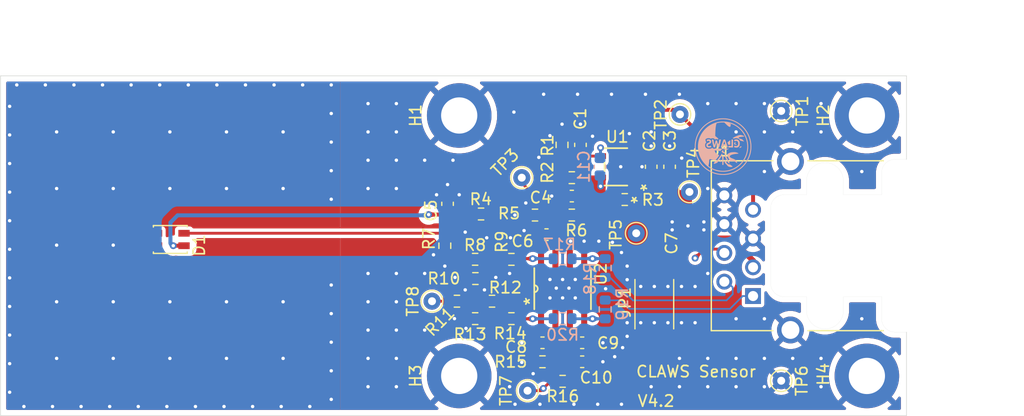
<source format=kicad_pcb>
(kicad_pcb (version 20241229) (generator "pcbnew") (generator_version "9.0")
  (title_block (title "CLAWS Sensor") (date "2024-12-17") (rev "4.2") (comment 1 "As this is an iteration on previous designs (V3.x), revision number starts at 4.0") (comment 2 "V4.1 addresses the issues discovered when building V4.0 prototypes") (comment 3 "V4.2 reduces number of different components used"))
  (layers (0 "F.Cu" signal) (2 "B.Cu" signal) (13 "F.Paste" user) (15 "B.Paste" user) (5 "F.SilkS" user "F.Silkscreen") (7 "B.SilkS" user "B.Silkscreen") (1 "F.Mask" user) (3 "B.Mask" user) (25 "Edge.Cuts" user))
  (net 0 "")
  (net 1 "Net-(D1-K)")
  (net 2 "GND")
  (net 3 "VDRV")
  (net 4 "VCM")
  (net 5 "Net-(D1-A)")
  (net 6 "OUT-")
  (net 7 "unconnected-(J1-Pad4)")
  (net 8 "VBIAS")
  (net 9 "OUT+")
  (net 10 "+10V")
  (net 11 "Net-(U1-BP)")
  (net 12 "Net-(C7-Pad1)")
  (net 13 "Net-(U1-ON)")
  (net 14 "Net-(R10-Pad1)")
  (net 15 "VCLAMP")
  (net 16 "Net-(U2-IN+)")
  (net 17 "Net-(R11-Pad1)")
  (net 18 "Net-(R11-Pad2)")
  (net 19 "Net-(U2-IN-)")
  (net 20 "Net-(U2-OUT-)")
  (net 21 "Net-(U2-OUT+)")
  (net 22 "Net-(R12-Pad1)")
  (footprint "TestPoint:TestPoint_THTPad_D1.5mm_Drill0.7mm" (layer "F.Cu") (at 121.0056 77.724 -90)
    (property "Reference" "TP6")
    (property "Value" "TestPoint" (hide yes))
  )
  (footprint "Resistor_SMD:R_0603_1608Metric" (layer "F.Cu") (at 97.1804 72.2376)
    (property "Reference" "R14")
    (property "Value" "0" (hide yes))
  )
  (footprint "Capacitor_SMD:C_0603_1608Metric" (layer "F.Cu") (at 103.4288 74.3712)
    (property "Reference" "C9")
    (property "Value" "100nF" (hide yes))
  )
  (footprint "Capacitor_SMD:C_0603_1608Metric" (layer "F.Cu") (at 91.5416 62.1 -90)
    (property "Reference" "C5")
    (property "Value" "100nF" (hide yes))
  )
  (footprint "TestPoint:TestPoint_THTPad_D1.5mm_Drill0.7mm" (layer "F.Cu") (at 98.604679 78.6 90)
    (property "Reference" "TP7")
    (property "Value" "TestPoint" (hide yes))
  )
  (footprint "Resistor_SMD:R_0603_1608Metric" (layer "F.Cu") (at 97.1804 67.0052)
    (property "Reference" "R9")
    (property "Value" "0" (hide yes))
  )
  (footprint "Resistor_SMD:R_0603_1608Metric" (layer "F.Cu") (at 101.6508 56.896 90)
    (property "Reference" "R1")
    (property "Value" "1M" (hide yes))
  )
  (footprint "MountingHole:MountingHole_3.2mm_M3_ISO7380_Pad_TopBottom" (layer "F.Cu") (at 92.57 54.3 90)
    (property "Reference" "H1")
    (property "Value" "MountingHole_Pad" (hide yes))
  )
  (footprint "Resistor_SMD:R_2512_6332Metric" (layer "F.Cu") (at 109.8 70.9625 -90)
    (property "Reference" "JP1")
    (property "Value" "Jumper_2_Bridged" (hide yes))
  )
  (footprint "Resistor_SMD:R_0603_1608Metric" (layer "F.Cu") (at 102.5144 63.0936 180)
    (property "Reference" "R6")
    (property "Value" "0" (hide yes))
  )
  (footprint "Resistor_SMD:R_0603_1608Metric" (layer "F.Cu") (at 102.5144 59.7916 180)
    (property "Reference" "R2")
    (property "Value" "7M" (hide yes))
  )
  (footprint "TestPoint:TestPoint_THTPad_D1.5mm_Drill0.7mm" (layer "F.Cu") (at 98.0948 59.7916 90)
    (property "Reference" "TP3")
    (property "Value" "TestPoint" (hide yes))
  )
  (footprint "Capacitor_SMD:C_0603_1608Metric" (layer "F.Cu") (at 111.1504 58.8264 -90)
    (property "Reference" "C3")
    (property "Value" "10uF" (hide yes))
  )
  (footprint "Resistor_SMD:R_0603_1608Metric" (layer "F.Cu") (at 99.2632 63.0936 180)
    (property "Reference" "R5")
    (property "Value" "390" (hide yes))
  )
  (footprint "Resistor_SMD:R_0603_1608Metric" (layer "F.Cu") (at 94.5 63 180)
    (property "Reference" "R4")
    (property "Value" "1k" (hide yes))
  )
  (footprint "TestPoint:TestPoint_THTPad_D1.5mm_Drill0.7mm" (layer "F.Cu") (at 112.0648 54.2036 90)
    (property "Reference" "TP2")
    (property "Value" "TestPoint" (hide yes))
  )
  (footprint "TestPoint:TestPoint_THTPad_D1.5mm_Drill0.7mm" (layer "F.Cu") (at 121.0056 53.8988 -90)
    (property "Reference" "TP1")
    (property "Value" "TestPoint" (hide yes))
  )
  (footprint "Resistor_SMD:R_0603_1608Metric" (layer "F.Cu") (at 93.975 67)
    (property "Reference" "R8")
    (property "Value" "0" (hide yes))
  )
  (footprint "Capacitor_SMD:C_0603_1608Metric" (layer "F.Cu") (at 103.2764 56.896 -90)
    (property "Reference" "C1")
    (property "Value" "10nF" (hide yes))
  )
  (footprint "Resistor_SMD:R_0603_1608Metric" (layer "F.Cu") (at 101.7016 77.7748 180)
    (property "Reference" "R16")
    (property "Value" "1k" (hide yes))
  )
  (footprint "CLAWSv4:NFM21PC225B0J3D_MUR" (layer "F.Cu") (at 112.75 65.0497 90)
    (property "Reference" "C7")
    (property "Value" "NFM21PC474R1C3D" (hide yes))
  )
  (footprint "Resistor_SMD:R_0603_1608Metric" (layer "F.Cu") (at 94 68.7 180)
    (property "Reference" "R10")
    (property "Value" "50" (hide yes))
  )
  (footprint "Capacitor_SMD:C_0603_1608Metric" (layer "F.Cu") (at 100.2792 64.8208)
    (property "Reference" "C6")
    (property "Value" "100nF" (hide yes))
  )
  (footprint "Capacitor_SMD:C_0603_1608Metric" (layer "F.Cu") (at 102.5144 61.4172 180)
    (property "Reference" "C4")
    (property "Value" "10uF" (hide yes))
  )
  (footprint "Resistor_SMD:R_0603_1608Metric" (layer "F.Cu") (at 99.9236 76.0476 180)
    (property "Reference" "R15")
    (property "Value" "1k" (hide yes))
  )
  (footprint "MountingHole:MountingHole_3.2mm_M3_ISO7380_Pad_TopBottom" (layer "F.Cu") (at 92.57 77.3 90)
    (property "Reference" "H3")
    (property "Value" "MountingHole_Pad" (hide yes))
  )
  (footprint "Capacitor_SMD:C_0603_1608Metric" (layer "F.Cu") (at 109.5248 58.8264 -90)
    (property "Reference" "C2")
    (property "Value" "100nF" (hide yes))
  )
  (footprint "CLAWSv4:Hamamatsu_Sxxx60-13xxXX_hand_solder" (layer "F.Cu") (at 66.045 65.8 -90)
    (property "Reference" "D1")
    (property "Value" "S13360-1325PE" (hide yes))
  )
  (footprint "CLAWSv4:SOT-23-5_DBV_TEX" (layer "F.Cu") (at 106.410801 58.835549 180)
    (property "Reference" "U1")
    (property "Value" "LP2985A-10DBVx" (hide yes))
  )
  (footprint "MountingHole:MountingHole_3.2mm_M3_ISO7380_Pad_TopBottom" (layer "F.Cu") (at 128.57 77.3 90)
    (property "Reference" "H4")
    (property "Value" "MountingHole_Pad" (hide yes))
  )
  (footprint "TestPoint:TestPoint_THTPad_D1.5mm_Drill0.7mm" (layer "F.Cu") (at 90.17 70.7)
    (property "Reference" "TP8")
    (property "Value" "TestPoint" (hide yes))
  )
  (footprint "Capacitor_SMD:C_0603_1608Metric" (layer "F.Cu") (at 99.9236 74.3712)
    (property "Reference" "C8")
    (property "Value" "100nF" (hide yes))
  )
  (footprint "TestPoint:TestPoint_THTPad_D1.5mm_Drill0.7mm" (layer "F.Cu") (at 112.9 61.05 90)
    (property "Reference" "TP4")
    (property "Value" "TestPoint" (hide yes))
  )
  (footprint "Resistor_SMD:R_0603_1608Metric" (layer "F.Cu") (at 92.37 70.7)
    (property "Reference" "R11")
    (property "Value" "0" (hide yes))
  )
  (footprint "Resistor_SMD:R_0603_1608Metric" (layer "F.Cu") (at 93.98 72.2376 180)
    (property "Reference" "R13")
    (property "Value" "50" (hide yes))
  )
  (footprint "MountingHole:MountingHole_3.2mm_M3_ISO7380_Pad_TopBottom" (layer "F.Cu") (at 128.57 54.3 90)
    (property "Reference" "H2")
    (property "Value" "MountingHole_Pad" (hide yes))
  )
  (footprint "Resistor_SMD:R_0603_1608Metric" (layer "F.Cu") (at 107.188 61.722)
    (property "Reference" "R3")
    (property "Value" "0" (hide yes))
  )
  (footprint "Capacitor_SMD:C_0603_1608Metric" (layer "F.Cu") (at 103.4288 76.0476)
    (property "Reference" "C10")
    (property "Value" "10uF" (hide yes))
  )
  (footprint "TestPoint:TestPoint_THTPad_D1.5mm_Drill0.7mm" (layer "F.Cu") (at 108.2 64.7 90)
    (property "Reference" "TP5")
    (property "Value" "TestPoint" (hide yes))
  )
  (footprint "CLAWSv4:TE_1116503" (layer "F.Cu") (at 118.52 70.245 90)
    (property "Reference" "J1")
    (property "Value" "TE_1116503-1")
    (fp_line (start 1.125 1.55) (end 7.765 1.55) (stroke (width 0.01)) (layer "Edge.Cuts"))
    (fp_line (start 8.945 2.73) (end 8.945 4.72) (stroke (width 0.01)) (layer "Edge.Cuts"))
    (fp_line (start -0.055 2.73) (end -0.055 4.72) (stroke (width 0.01)) (layer "Edge.Cuts"))
    (fp_line (start 8.945 4.72) (end 10.16 4.72) (stroke (width 0.01)) (layer "Edge.Cuts"))
    (fp_line (start -0.055 4.72) (end -1.27 4.72) (stroke (width 0.01)) (layer "Edge.Cuts"))
    (fp_line (start 8.945 7.98) (end 10.16 7.98) (stroke (width 0.01)) (layer "Edge.Cuts"))
    (fp_line (start 8.945 7.98) (end 8.945 11.35) (stroke (width 0.01)) (layer "Edge.Cuts"))
    (fp_line (start -0.055 7.98) (end -1.27 7.98) (stroke (width 0.01)) (layer "Edge.Cuts"))
    (fp_line (start -0.055 7.98) (end -0.055 11.35) (stroke (width 0.01)) (layer "Edge.Cuts"))
    (fp_line (start 8.945 11.35) (end 10.89 11.35) (stroke (width 0.01)) (layer "Edge.Cuts"))
    (fp_line (start -2 11.35) (end -0.055 11.35) (stroke (width 0.01)) (layer "Edge.Cuts"))
    (fp_line (start 12.07 13.55) (end 12.07 12.53) (stroke (width 0.01)) (layer "Edge.Cuts"))
    (fp_line (start -3.18 13.55) (end -3.18 12.53) (stroke (width 0.01)) (layer "Edge.Cuts"))
    (fp_arc (start 7.765 1.55) (mid 8.599386 1.895614) (end 8.945 2.73) (stroke (width 0.01)) (layer "Edge.Cuts"))
    (fp_arc (start -0.055 2.73) (mid 0.290614 1.895614) (end 1.125 1.55) (stroke (width 0.01)) (layer "Edge.Cuts"))
    (fp_arc (start 10.16 4.72) (mid 11.79 6.35) (end 10.16 7.98) (stroke (width 0.01)) (layer "Edge.Cuts"))
    (fp_arc (start -1.27 7.98) (mid -2.9 6.35) (end -1.27 4.72) (stroke (width 0.01)) (layer "Edge.Cuts"))
    (fp_arc (start 10.89 11.35) (mid 11.724386 11.695614) (end 12.07 12.53) (stroke (width 0.01)) (layer "Edge.Cuts"))
    (fp_arc (start -3.18 12.53) (mid -2.834386 11.695614) (end -2 11.35) (stroke (width 0.01)) (layer "Edge.Cuts"))
  )
  (footprint "Resistor_SMD:R_0603_1608Metric" (layer "F.Cu") (at 91.3 65.8 -90)
    (property "Reference" "R7")
    (property "Value" "50" (hide yes))
  )
  (footprint "Resistor_SMD:R_0603_1608Metric" (layer "F.Cu") (at 95.47 70.7 180)
    (property "Reference" "R12")
    (property "Value" "50" (hide yes))
  )
  (footprint "CLAWSv4:MRA08B" (layer "F.Cu") (at 101.7016 69.596 90)
    (property "Reference" "U2")
    (property "Value" "LMH6553MR/NOPB" (hide yes))
  )
  (footprint "Resistor_SMD:R_0603_1608Metric" (layer "B.Cu") (at 105.4608 71.4248 -90)
    (property "Reference" "R19")
    (property "Value" "50" (hide yes))
  )
  (footprint "Resistor_SMD:R_0603_1608Metric" (layer "B.Cu") (at 105.4608 67.7672 90)
    (property "Reference" "R18")
    (property "Value" "50" (hide yes))
  )
  (footprint "Capacitor_SMD:C_0603_1608Metric" (layer "B.Cu") (at 105.0036 58.8264 -90)
    (property "Reference" "C11")
    (property "Value" "100nF" (hide yes))
  )
  (footprint "CLAWSv4:claws_logo_inner_silkscreen" (layer "B.Cu") (at 115.87 57.05 180)
    (property "Reference" "G***" (hide yes))
    (property "Value" "LOGO" (hide yes))
  )
  (footprint "Resistor_SMD:R_0603_1608Metric" (layer "B.Cu") (at 101.7016 66.9544)
    (property "Reference" "R17")
    (property "Value" "200" (hide yes))
  )
  (footprint "Resistor_SMD:R_0603_1608Metric" (layer "B.Cu") (at 101.7016 72.2376)
    (property "Reference" "R20")
    (property "Value" "200" (hide yes))
  )
  (gr_line (start 132.07 58.175) (end 132.07 50.8) (stroke (width 0.05)) (layer "Edge.Cuts"))
  (gr_line (start 52.07 80.8) (end 132.07 80.8) (stroke (width 0.05)) (layer "Edge.Cuts"))
  (gr_line (start 52.07 50.8) (end 52.07 80.8) (stroke (width 0.05)) (layer "Edge.Cuts"))
  (gr_line (start 132.07 80.8) (end 132.07 73.425) (stroke (width 0.05)) (layer "Edge.Cuts"))
  (gr_line (start 132.07 50.8) (end 52.07 50.8) (stroke (width 0.05)) (layer "Edge.Cuts"))
  (gr_text "CLAWS Sensor" (at 108.1024 77.5 0) (layer "F.SilkS") (effects (font (size 1 1)) (justify left bottom)))
  (gr_text "V4.2" (at 108.2412 80.1 0) (layer "F.SilkS") (effects (font (size 1 1)) (justify left bottom)))
  (segment (start 93.675 63) (end 91.5916 63) (width 0.35) (layer "F.Cu") (net 1))
  (segment (start 91.5916 63) (end 91.5416 63.05) (width 0.35) (layer "F.Cu") (net 1))
  (segment (start 67.32 65.8) (end 68.27 65.8) (width 0.35) (layer "F.Cu") (net 1))
  (segment (start 91.5416 63.05) (end 89.87 63.05) (width 0.35) (layer "F.Cu") (net 1))
  (via (at 89.87 63.05) (size 0.6) (drill 0.3) (layers "F.Cu" "B.Cu") (net 1))
  (via (at 67.32 65.8) (size 0.6) (drill 0.3) (layers "F.Cu" "B.Cu") (net 1))
  (segment (start 89.8034 63.1166) (end 67.7034 63.1166) (width 0.35) (layer "B.Cu") (net 1))
  (segment (start 67.7034 63.1166) (end 67.07 63.75) (width 0.35) (layer "B.Cu") (net 1))
  (segment (start 67.07 65.507479) (end 67.07 65.55) (width 0.35) (layer "B.Cu") (net 1))
  (segment (start 67.07 65.55) (end 67.32 65.8) (width 0.35) (layer "B.Cu") (net 1))
  (segment (start 67.07 63.75) (end 67.07 65.507479) (width 0.35) (layer "B.Cu") (net 1))
  (segment (start 89.87 63.05) (end 89.8034 63.1166) (width 0.35) (layer "B.Cu") (net 1))
  (segment (start 108.712 58.8264) (end 108.702851 58.835549) (width 0.25) (layer "F.Cu") (net 2))
  (segment (start 108.721149 58.835549) (end 108.712 58.8264) (width 0.25) (layer "F.Cu") (net 2))
  (segment (start 102.3366 66.9417) (end 102.3366 68.961) (width 0.53) (layer "F.Cu") (net 2))
  (segment (start 108.702851 58.835549) (end 107.773252 58.835549) (width 0.25) (layer "F.Cu") (net 2))
  (segment (start 106.841549 58.835549) (end 106.8324 58.8264) (width 0.25) (layer "F.Cu") (net 2))
  (segment (start 102.3366 68.961) (end 101.7016 69.596) (width 0.25) (layer "F.Cu") (net 2))
  (segment (start 108.740651 58.835549) (end 108.721149 58.835549) (width 0.25) (layer "F.Cu") (net 2))
  (segment (start 107.773252 58.835549) (end 106.841549 58.835549) (width 0.25) (layer "F.Cu") (net 2))
  (segment (start 109.5248 58.0514) (end 108.740651 58.835549) (width 0.25) (layer "F.Cu") (net 2))
  (via (at 67.02 75.75) (size 0.6) (drill 0.3) (layers "F.Cu" "B.Cu") (net 2))
  (via (at 119.52 53.25) (size 0.6) (drill 0.3) (layers "F.Cu" "B.Cu") (net 2))
  (via (at 106.3 75.6) (size 0.6) (drill 0.3) (layers "F.Cu" "B.Cu") (net 2))
  (via (at 105.2576 76.0476) (size 0.6) (drill 0.3) (layers "F.Cu" "B.Cu") (net 2))
  (via (at 109.52 55.75) (size 0.6) (drill 0.3) (layers "F.Cu" "B.Cu") (net 2))
  (via (at 112.2 69.4) (size 0.6) (drill 0.3) (layers "F.Cu" "B.Cu") (net 2))
  (via (at 100.0252 52.4256) (size 0.6) (drill 0.3) (layers "F.Cu" "B.Cu") (net 2))
  (via (at 99.6 58) (size 0.6) (drill 0.3) (layers "F.Cu" "B.Cu") (net 2))
  (via (at 99.7 79.8) (size 0.6) (drill 0.3) (layers "F.Cu" "B.Cu") (net 2))
  (via (at 122.02 55.75) (size 0.6) (drill 0.3) (layers "F.Cu" "B.Cu") (net 2))
  (via (at 113.4 72.6) (size 0.6) (drill 0.3) (layers "F.Cu" "B.Cu") (net 2))
  (via (at 84.52 73.25) (size 0.6) (drill 0.3) (layers "F.Cu" "B.Cu") (net 2))
  (via (at 78.745536 51.6) (size 0.6) (drill 0.3) (layers "F.Cu" "B.Cu") (net 2))
  (via (at 91.3 67.6) (size 0.6) (drill 0.3) (layers "F.Cu" "B.Cu") (net 2))
  (via (at 111.1504 56.9976) (size 0.6) (drill 0.3) (layers "F.Cu" "B.Cu") (net 2))
  (via (at 89.52 68.25) (size 0.6) (drill 0.3) (layers "F.Cu" "B.Cu") (net 2))
  (via (at 72.02 55.75) (size 0.6) (drill 0.3) (layers "F.Cu" "B.Cu") (net 2))
  (via (at 112.014 52.4256) (size 0.6) (drill 0.3) (layers "F.Cu" "B.Cu") (net 2))
  (via (at 102.8192 70.4088) (size 0.6) (drill 0.3) (layers "F.Cu" "B.Cu") (net 2))
  (via (at 128.12 72.25) (size 0.6) (drill 0.3) (layers "F.Cu" "B.Cu") (net 2))
  (via (at 101.7016 70.4088) (size 0.6) (drill 0.3) (layers "F.Cu" "B.Cu") (net 2))
  (via (at 107 74.8) (size 0.6) (drill 0.3) (layers "F.Cu" "B.Cu") (net 2))
  (via (at 81.27 51.6) (size 0.6) (drill 0.3) (layers "F.Cu" "B.Cu") (net 2))
  (via (at 97.5 79.8) (size 0.6) (drill 0.3) (layers "F.Cu" "B.Cu") (net 2))
  (via (at 52.87 78.737788) (size 0.6) (drill 0.3) (layers "F.Cu" "B.Cu") (net 2))
  (via (at 52.87 58.542236) (size 0.6) (drill 0.3) (layers "F.Cu" "B.Cu") (net 2))
  (via (at 100.584 56.0832) (size 0.6) (drill 0.3) (layers "F.Cu" "B.Cu") (net 2))
  (via (at 97.02 78.25) (size 0.6) (drill 0.3) (layers "F.Cu" "B.Cu") (net 2))
  (via (at 66.754452 80) (size 0.6) (drill 0.3) (layers "F.Cu" "B.Cu") (net 2))
  (via (at 95 65.1) (size 0.6) (drill 0.3) (layers "F.Cu" "B.Cu") (net 2))
  (via (at 98.0948 74.3712) (size 0.6) (drill 0.3) (layers "F.Cu" "B.Cu") (net 2))
  (via (at 87.02 60.75) (size 0.6) (drill 0.3) (layers "F.Cu" "B.Cu") (net 2))
  (via (at 56.02554 51.6) (size 0.6) (drill 0.3) (layers "F.Cu" "B.Cu") (net 2))
  (via (at 53.501096 51.6) (size 0.6) (drill 0.3) (layers "F.Cu" "B.Cu") (net 2))
  (via (at 107.4 67.6) (size 0.6) (drill 0.3) (layers "F.Cu" "B.Cu") (net 2))
  (via (at 58.549984 51.6) (size 0.6) (drill 0.3) (layers "F.Cu" "B.Cu") (net 2))
  (via (at 119.52 72.25) (size 0.6) (drill 0.3) (layers "F.Cu" "B.Cu") (net 2))
  (via (at 77.02 55.75) (size 0.6) (drill 0.3) (layers "F.Cu" "B.Cu") (net 2))
  (via (at 105.2576 74.3712) (size 0.6) (drill 0.3) (layers "F.Cu" "B.Cu") (net 2))
  (via (at 92.57 61.3) (size 0.6) (drill 0.3) (layers "F.Cu" "B.Cu") (net 2))
  (via (at 103.0224 52.4256) (size 0.6) (drill 0.3) (layers "F.Cu" "B.Cu") (net 2))
  (via (at 102.4 65.4) (size 0.6) (drill 0.3) (layers "F.Cu" "B.Cu") (net 2))
  (via (at 77.02 70.75) (size 0.6) (drill 0.3) (layers "F.Cu" "B.Cu") (net 2))
  (via (at 52.87 68.640012) (size 0.6) (drill 0.3) (layers "F.Cu" "B.Cu") (net 2))
  (via (at 93.1672 73.1) (size 0.6) (drill 0.3) (layers "F.Cu" "B.Cu") (net 2))
  (via (at 57.02 60.75) (size 0.6) (drill 0.3) (layers "F.Cu" "B.Cu") (net 2))
  (via (at 117.02 78.25) (size 0.6) (drill 0.3) (layers "F.Cu" "B.Cu") (net 2))
  (via (at 62.02 60.75) (size 0.6) (drill 0.3) (layers "F.Cu" "B.Cu") (net 2))
  (via (at 87.02 78.25) (size 0.6) (drill 0.3) (layers "F.Cu" "B.Cu") (net 2))
  (via (at 84.52 75.75) (size 0.6) (drill 0.3) (layers "F.Cu" "B.Cu") (net 2))
  (via (at 67.02 60.75) (size 0.6) (drill 0.3) (layers "F.Cu" "B.Cu") (net 2))
  (via (at 64.230008 80) (size 0.6) (drill 0.3) (layers "F.Cu" "B.Cu") (net 2))
  (via (at 90.57 61.3) (size 0.6) (drill 0.3) (layers "F.Cu" "B.Cu") (net 2))
  (via (at 72.02 70.75) (size 0.6) (drill 0.3) (layers "F.Cu" "B.Cu") (net 2))
  (via (at 52.87 61.06668) (size 0.6) (drill 0.3) (layers "F.Cu" "B.Cu") (net 2))
  (via (at 81.27 76.84444) (size 0.6) (drill 0.3) (layers "F.Cu" "B.Cu") (net 2))
  (via (at 61.074428 51.6) (size 0.6) (drill 0.3) (layers "F.Cu" "B.Cu") (net 2))
  (via (at 87.02 73.25) (size 0.6) (drill 0.3) (layers "F.Cu" "B.Cu") (net 2))
  (via (at 111.375 63.7) (size 0.6) (drill 0.3) (layers "F.Cu" "B.Cu") (net 2))
  (via (at 92.02 58.25) (size 0.6) (drill 0.3) (layers "F.Cu" "B.Cu") (net 2))
  (via (at 97.4 54) (size 0.6) (drill 0.3) (layers "F.Cu" "B.Cu") (net 2))
  (via (at 52.87 76.213344) (size 0.6) (drill 0.3) (layers "F.Cu" "B.Cu") (net 2))
  (via (at 93.1 64.6) (size 0.6) (drill 0.3) (layers "F.Cu" "B.Cu") (net 2))
  (via (at 69.278896 80) (size 0.6) (drill 0.3) (layers "F.Cu" "B.Cu") (net 2))
  (via (at 87.02 53.25) (size 0.6) (drill 0.3) (layers "F.Cu" "B.Cu") (net 2))
  (via (at 119.52 55.75) (size 0.6) (drill 0.3) (layers "F.Cu" "B.Cu") (net 2))
  (via (at 100.584 68.7832) (size 0.6) (drill 0.3) (layers "F.Cu" "B.Cu") (net 2))
  (via (at 81.27 71.795552) (size 0.6) (drill 0.3) (layers "F.Cu" "B.Cu") (net 2))
  (via (at 109.8 69.4) (size 0.6) (drill 0.3) (layers "F.Cu" "B.Cu") (net 2))
  (via (at 92.2 68.6) (size 0.6) (drill 0.3) (layers "F.Cu" "B.Cu") (net 2))
  (via (at 90.3 66.6) (size 0.6) (drill 0.3) (layers "F.Cu" "B.Cu") (net 2))
  (via (at 112.02 75.75) (size 0.6) (drill 0.3) (layers "F.Cu" "B.Cu") (net 2))
  (via (at 67.02 55.75) (size 0.6) (drill 0.3) (layers "F.Cu" "B.Cu") (net 2))
  (via (at 94.8 69.7) (size 0.6) (drill 0.3) (layers "F.Cu" "B.Cu") (net 2))
  (via (at 103.6 65.4) (size 0.6) (drill 0.3) (layers "F.Cu" "B.Cu") (net 2))
  (via (at 101.6508 55.0672) (size 0.6) (drill 0.3) (layers "F.Cu" "B.Cu") (net 2))
  (via (at 106.9 66.4) (size 0.6) (drill 0.3) (layers "F.Cu" "B.Cu") (net 2))
  (via (at 100.7364 61.4172) (size 0.6) (drill 0.3) (layers "F.Cu" "B.Cu") (net 2))
  (via (at 84.52 78.25) (size 0.6) (drill 0.3) (layers "F.Cu" "B.Cu") (net 2))
  (via (at 81.27 79.368884) (size 0.6) (drill 0.3) (layers "F.Cu" "B.Cu") (net 2))
  (via (at 89.52 58.25) (size 0.6) (drill 0.3) (layers "F.Cu" "B.Cu") (net 2))
  (via (at 98.298 64.4652) (size 0.6) (drill 0.3) (layers "F.Cu" "B.Cu") (net 2))
  (via (at 107.4 73.8) (size 0.6) (drill 0.3) (layers "F.Cu" "B.Cu") (net 2))
  (via (at 77.02 75.75) (size 0.6) (drill 0.3) (layers "F.Cu" "B.Cu") (net 2))
  (via (at 97.02 68.25) (size 0.6) (drill 0.3) (layers "F.Cu" "B.Cu") (net 2))
  (via (at 76.852228 80) (size 0.6) (drill 0.3) (layers "F.Cu" "B.Cu") (net 2))
  (via (at 95.8 68.6) (size 0.6) (drill 0.3) (layers "F.Cu" "B.Cu") (net 2))
  (via (at 81.27 59.173332) (size 0.6) (drill 0.3) (layers "F.Cu" "B.Cu") (net 2))
  (via (at 112.2172 58.0644) (size 0.6) (drill 0.3) (layers "F.Cu" "B.Cu") (net 2))
  (via (at 119.52 78.25) (size 0.6) (drill 0.3) (layers "F.Cu" "B.Cu") (net 2))
  (via (at 112.2 72.6) (size 0.6) (drill 0.3) (layers "F.Cu" "B.Cu") (net 2))
  (via (at 101.1428 69.5452) (size 0.6) (drill 0.3) (layers "F.Cu" "B.Cu") (net 2))
  (via (at 62.02 70.75) (size 0.6) (drill 0.3) (layers "F.Cu" "B.Cu") (net 2))
  (via (at 52.87 56.017792) (size 0.6) (drill 0.3) (layers "F.Cu" "B.Cu") (net 2))
  (via (at 107.6 55.9) (size 0.6) (drill 0.3) (layers "F.Cu" "B.Cu") (net 2))
  (via (at 59.18112 80) (size 0.6) (drill 0.3) (layers "F.Cu" "B.Cu") (net 2))
  (via (at 98.4504 62.0268) (size 0.6) (drill 0.3) (layers "F.Cu" "B.Cu") (net 2))
  (via (at 122.02 75.75) (size 0.6) (drill 0.3) (layers "F.Cu" "B.Cu") (net 2))
  (via (at 117.02 75.75) (size 0.6) (drill 0.3) (layers "F.Cu" "B.Cu") (net 2))
  (via (at 57.02 70.75) (size 0.6) (drill 0.3) (layers "F.Cu" "B.Cu") (net 2))
  (via (at 52.87 73.6889) (size 0.6) (drill 0.3) (layers "F.Cu" "B.Cu") (net 2))
  (via (at 87.02 75.75) (size 0.6) (drill 0.3) (layers "F.Cu" "B.Cu") (net 2))
  (via (at 104.3432 56.134) (size 0.6) (drill 0.3) (layers "F.Cu" "B.Cu") (net 2))
  (via (at 92.1512 72.2376) (size 0.6) (drill 0.3) (layers "F.Cu" "B.Cu") (net 2))
  (via (at 67.02 70.75) (size 0.6) (drill 0.3) (layers "F.Cu" "B.Cu") (net 2))
  (via (at 114.52 60.75) (size 0.6) (drill 0.3) (layers "F.Cu" "B.Cu") (net 2))
  (via (at 84.52 55.75) (size 0.6) (drill 0.3) (layers "F.Cu" "B.Cu") (net 2))
  (via (at 106.1 65.5) (size 0.6) (drill 0.3) (layers "F.Cu" "B.Cu") (net 2))
  (via (at 62.02 65.75) (size 0.6) (drill 0.3) (layers "F.Cu" "B.Cu") (net 2))
  (via (at 74.327784 80) (size 0.6) (drill 0.3) (layers "F.Cu" "B.Cu") (net 2))
  (via (at 81.27 74.319996) (size 0.6) (drill 0.3) (layers "F.Cu" "B.Cu") (net 2))
  (via (at 57.02 65.75) (size 0.6) (drill 0.3) (layers "F.Cu" "B.Cu") (net 2))
  (via (at 62.02 55.75) (size 0.6) (drill 0.3) (layers "F.Cu" "B.Cu") (net 2))
  (via (at 114.175 63.7) (size 0.6) (drill 0.3) (layers "F.Cu" "B.Cu") (net 2))
  (via (at 89.52 73.25) (size 0.6) (drill 0.3) (layers "F.Cu" "B.Cu") (net 2))
  (via (at 107.4 72.6) (size 0.6) (drill 0.3) (layers "F.Cu" "B.Cu") (net 2))
  (via (at 66.123316 51.6) (size 0.6) (drill 0.3) (layers "F.Cu" "B.Cu") (net 2))
  (via (at 56.656676 80) (size 0.6) (drill 0.3) (layers "F.Cu" "B.Cu") (net 2))
  (via (at 57.02 55.75) (size 0.6) (drill 0.3) (layers "F.Cu" "B.Cu") (net 2))
  (via (at 84.52 68.25) (size 0.6) (drill 0.3) (layers "F.Cu" "B.Cu") (net 2))
  (via (at 52.87 63.591124) (size 0.6) (drill 0.3) (layers "F.Cu" "B.Cu") (net 2))
  (via (at 71.80334 80) (size 0.6) (drill 0.3) (layers "F.Cu" "B.Cu") (net 2))
  (via (at 112.77 64.05) (size 0.6) (drill 0.3) (layers "F.Cu" "B.Cu") (net 2))
  (via (at 124.52 75.75) (size 0.6) (drill 0.3) (layers "F.Cu" "B.Cu") (net 2))
  (via (at 109.0168 52.4256) (size 0.6) (drill 0.3) (layers "F.Cu" "B.Cu") (net 2))
  (via (at 105.5 69.6) (size 0.6) (drill 0.3) (layers "F.Cu" "B.Cu") (net 2))
  (via (at 77.02 60.75) (size 0.6) (drill 0.3) (layers "F.Cu" "B.Cu") (net 2))
  (via (at 84.52 53.25) (size 0.6) (drill 0.3) (layers "F.Cu" "B.Cu") (net 2))
  (via (at 104.9 65.4) (size 0.6) (drill 0.3) (layers "F.Cu" "B.Cu") (net 2))
  (via (at 99.1 77.1) (size 0.6) (drill 0.3) (layers "F.Cu" "B.Cu") (net 2))
  (via (at 101.7016 68.7832) (size 0.6) (drill 0.3) (layers "F.Cu" "B.Cu") (net 2))
  (via (at 106.0196 52.4256) (size 0.6) (drill 0.3) (layers "F.Cu" "B.Cu") (net 2))
  (via (at 87.02 58.25) (size 0.6) (drill 0.3) (layers "F.Cu" "B.Cu") (net 2))
  (via (at 73.696648 51.6) (size 0.6) (drill 0.3) (layers "F.Cu" "B.Cu") (net 2))
  (via (at 112.02 78.25) (size 0.6) (drill 0.3) (layers "F.Cu" "B.Cu") (net 2))
  (via (at 61.705564 80) (size 0.6) (drill 0.3) (layers "F.Cu" "B.Cu") (net 2))
  (via (at 114.52 68.25) (size 0.6) (drill 0.3) (layers "F.Cu" "B.Cu") (net 2))
  (via (at 119.52 59.25) (size 0.6) (drill 0.3) (layers "F.Cu" "B.Cu") (net 2))
  (via (at 98.0948 76.0984) (size 0.6) (drill 0.3) (layers "F.Cu" "B.Cu") (net 2))
  (via (at 102.8192 68.7832) (size 0.6) (drill 0.3) (layers "F.Cu" "B.Cu") (net 2))
  (via (at 117.02 72.25) (size 0.6) (drill 0.3) (layers "F.Cu" "B.Cu") (net 2))
  (via (at 84.52 70.75) (size 0.6) (drill 0.3) (layers "F.Cu" "B.Cu") (net 2))
  (via (at 104.8 79.8) (size 0.6) (drill 0.3) (layers "F.Cu" "B.Cu") (net 2))
  (via (at 107.4 68.8) (size 0.6) (drill 0.3) (layers "F.Cu" "B.Cu") (net 2))
  (via (at 108.712 58.8264) (size 0.6) (drill 0.3) (layers "F.Cu" "B.Cu") (net 2))
  (via (at 68.64776 51.6) (size 0.6) (drill 0.3) (layers "F.Cu" "B.Cu") (net 2))
  (via (at 108.6 72.6) (size 0.6) (drill 0.3) (layers "F.Cu" "B.Cu") (net 2))
  (via (at 57.02 75.75) (size 0.6) (drill 0.3) (layers "F.Cu" "B.Cu") (net 2))
  (via (at 117.02 53.25) (size 0.6) (drill 0.3) (layers "F.Cu" "B.Cu") (net 2))
  (via (at 87.02 70.75) (size 0.6) (drill 0.3) (layers "F.Cu" "B.Cu") (net 2))
  (via (at 84.52 60.75) (size 0.6) (drill 0.3) (layers "F.Cu" "B.Cu") (net 2))
  (via (at 87.02 55.75) (size 0.6) (drill 0.3) (layers "F.Cu" "B.Cu") (net 2))
  (via (at 106.8324 58.8264) (size 0.6) (drill 0.3) (layers "F.Cu" "B.Cu") (net 2))
  (via (at 109.5248 56.9976) (size 0.6) (drill 0.3) (layers "F.Cu" "B.Cu") (net 2))
  (via (at 109.8 72.6) (size 0.6) (drill 0.3) (layers "F.Cu" "B.Cu") (net 2))
  (via (at 111.375 64.4) (size 0.6) (drill 0.3) (layers "F.Cu" "B.Cu") (net 2))
  (via (at 93.1 69.7) (size 0.6) (drill 0.3) (layers "F.Cu" "B.Cu") (net 2))
  (via (at 52.87 71.164456) (size 0.6) (drill 0.3) (layers "F.Cu" "B.Cu") (net 2))
  (via (at 102.7 79.8) (size 0.6) (drill 0.3) (layers "F.Cu" "B.Cu") (net 2))
  (via (at 79.376672 80) (size 0.6) (drill 0.3) (layers "F.Cu" "B.Cu") (net 2))
  (via (at 81.27 56.648888) (size 0.6) (drill 0.3) (layers "F.Cu" "B.Cu") (net 2))
  (via (at 113.4 69.4) (size 0.6) (drill 0.3) (layers "F.Cu" "B.Cu") (net 2))
  (via (at 62.02 75.75) (size 0.6) (drill 0.3) (layers "F.Cu" "B.Cu") (net 2))
  (via (at 87.02 68.25) (size 0.6) (drill 0.3) (layers "F.Cu" "B.Cu") (net 2))
  (via (at 124.52 53.25) (size 0.6) (drill 0.3) (layers "F.Cu" "B.Cu") (net 2))
  (via (at 71.172204 51.6) (size 0.6) (drill 0.3) (layers "F.Cu" "B.Cu") (net 2))
  (via (at 91.5416 60.4) (size 0.6) (drill 0.3) (layers "F.Cu" "B.Cu") (net 2))
  (via (at 52.87 66.115568) (size 0.6) (drill 0.3) (layers "F.Cu" "B.Cu") (net 2))
  (via (at 72.02 75.75) (size 0.6) (drill 0.3) (layers "F.Cu" "B.Cu") (net 2))
  (via (at 128.12 59.25) (size 0.6) (drill 0.3) (layers "F.Cu" "B.Cu") (net 2))
  (via (at 106.9 79.8) (size 0.6) (drill 0.3) (layers "F.Cu" "B.Cu") (net 2))
  (via (at 114.52 53.25) (size 0.6) (drill 0.3) (layers "F.Cu" "B.Cu") (net 2))
  (via (at 72.02 60.75) (size 0.6) (drill 0.3) (layers "F.Cu" "B.Cu") (net 2))
  (via (at 111 69.4) (size 0.6) (drill 0.3) (layers "F.Cu" "B.Cu") (net 2))
  (via (at 103.2764 55.0672) (size 0.6) (drill 0.3) (layers "F.Cu" "B.Cu") (net 2))
  (via (at 100.584 70.4088) (size 0.6) (drill 0.3) (layers "F.Cu" "B.Cu") (net 2))
  (via (at 119.52 75.75) (size 0.6) (drill 0.3) (layers "F.Cu" "B.Cu") (net 2))
  (via (at 97.4852 63.0936) (size 0.6) (drill 0.3) (layers "F.Cu" "B.Cu") (net 2))
  (via (at 124.52 55.75) (size 0.6) (drill 0.3) (layers "F.Cu" "B.Cu") (net 2))
  (via (at 76.221092 51.6) (size 0.6) (drill 0.3) (layers "F.Cu" "B.Cu") (net 2))
  (via (at 117.02 55.75) (size 0.6) (drill 0.3) (layers "F.Cu" "B.Cu") (net 2))
  (via (at 97.1 65.1) (size 0.6) (drill 0.3) (layers "F.Cu" "B.Cu") (net 2))
  (via (at 109.52 78.25) (size 0.6) (drill 0.3) (layers "F.Cu" "B.Cu") (net 2))
  (via (at 108.6 69.4) (size 0.6) (drill 0.3) (layers "F.Cu" "B.Cu") (net 2))
  (via (at 81.27 54.124444) (size 0.6) (drill 0.3) (layers "F.Cu" "B.Cu") (net 2))
  (via (at 111 72.6) (size 0.6) (drill 0.3) (layers "F.Cu" "B.Cu") (net 2))
  (via (at 114.52 75.75) (size 0.6) (drill 0.3) (layers "F.Cu" "B.Cu") (net 2))
  (via (at 52.87 53.493348) (size 0.6) (drill 0.3) (layers "F.Cu" "B.Cu") (net 2))
  (via (at 81.27 61.697776) (size 0.6) (drill 0.3) (layers "F.Cu" "B.Cu") (net 2))
  (via (at 114.52 78.25) (size 0.6) (drill 0.3) (layers "F.Cu" "B.Cu") (net 2))
  (via (at 124.52 78.25) (size 0.6) (drill 0.3) (layers "F.Cu" "B.Cu") (net 2))
  (via (at 102.2604 69.5452) (size 0.6) (drill 0.3) (layers "F.Cu" "B.Cu") (net 2))
  (via (at 84.52 58.25) (size 0.6) (drill 0.3) (layers "F.Cu" "B.Cu") (net 2))
  (via (at 114.175 64.4) (size 0.6) (drill 0.3) (layers "F.Cu" "B.Cu") (net 2))
  (via (at 63.598872 51.6) (size 0.6) (drill 0.3) (layers "F.Cu" "B.Cu") (net 2))
  (via (at 81.27 69.271108) (size 0.6) (drill 0.3) (layers "F.Cu" "B.Cu") (net 2))
  (via (at 54.132232 80) (size 0.6) (drill 0.3) (layers "F.Cu" "B.Cu") (net 2))
  (segment (start 109.34065 59.78555) (end 109.5248 59.6014) (width 0.5) (layer "F.Cu") (net 3))
  (segment (start 107.773252 59.78555) (end 107.88555 59.78555) (width 0.5) (layer "F.Cu") (net 3))
  (segment (start 108.013 60.025298) (end 107.773252 59.78555) (width 0.5) (layer "F.Cu") (net 3))
  (segment (start 108.013 61.722) (end 108.013 60.025298) (width 0.5) (layer "F.Cu") (net 3))
  (segment (start 111.1504 59.6014) (end 109.5248 59.6014) (width 0.5) (layer "F.Cu") (net 3))
  (segment (start 107.773252 59.78555) (end 109.34065 59.78555) (width 0.5) (layer "F.Cu") (net 3))
  (segment (start 99.8 78.6) (end 98.604679 78.6) (width 0.25) (layer "F.Cu") (net 4))
  (segment (start 100.8766 77.7748) (end 100.6252 77.7748) (width 0.25) (layer "F.Cu") (net 4))
  (segment (start 100.6986 74.3712) (end 100.6986 75.9976) (width 0.25) (layer "F.Cu") (net 4))
  (segment (start 100.6986 75.9976) (end 100.7486 76.0476) (width 0.25) (layer "F.Cu") (net 4))
  (segment (start 101.0666 72.2503) (end 101.0666 74.0032) (width 0.25) (layer "F.Cu") (net 4))
  (segment (start 100 78.4) (end 99.8 78.6) (width 0.25) (layer "F.Cu") (net 4))
  (segment (start 100.7486 76.0476) (end 100.7486 77.6468) (width 0.25) (layer "F.Cu") (net 4))
  (segment (start 100.6252 77.7748) (end 100 78.4) (width 0.25) (layer "F.Cu") (net 4))
  (segment (start 100.7486 77.6468) (end 100.8766 77.7748) (width 0.25) (layer "F.Cu") (net 4))
  (segment (start 101.0666 74.0032) (end 100.6986 74.3712) (width 0.25) (layer "F.Cu") (net 4))
  (via (at 100 78.4) (size 0.6) (drill 0.3) (layers "F.Cu" "B.Cu") (net 4))
  (segment (start 91.3 64.975) (end 91.025 64.7) (width 0.25) (layer "F.Cu") (net 5))
  (segment (start 91.025 64.7) (end 68.27 64.7) (width 0.25) (layer "F.Cu") (net 5))
  (segment (start 93.15 66.825) (end 91.3 64.975) (width 0.25) (layer "F.Cu") (net 5))
  (segment (start 93.15 67) (end 93.15 66.825) (width 0.25) (layer "F.Cu") (net 5))
  (segment (start 116.725 70.075) (end 116.725 69.475) (width 0.15) (layer "B.Cu") (net 6))
  (segment (start 116.225 68.975) (end 115.98 68.975) (width 0.15) (layer "B.Cu") (net 6))
  (segment (start 116.725 69.475) (end 116.225 68.975) (width 0.15) (layer "B.Cu") (net 6))
  (segment (start 105.872532 68.5922) (end 107.905332 70.625) (width 0.15) (layer "B.Cu") (net 6))
  (segment (start 116.175 70.625) (end 116.725 70.075) (width 0.15) (layer "B.Cu") (net 6))
  (segment (start 105.4608 68.5922) (end 105.872532 68.5922) (width 0.15) (layer "B.Cu") (net 6))
  (segment (start 107.905332 70.625) (end 116.175 70.625) (width 0.15) (layer "B.Cu") (net 6))
  (segment (start 114.2 66.1) (end 113.4 66.9) (width 0.25) (layer "F.Cu") (net 7))
  (segment (start 115.645 66.1) (end 114.2 66.1) (width 0.25) (layer "F.Cu") (net 7))
  (segment (start 115.98 66.435) (end 115.645 66.1) (width 0.25) (layer "F.Cu") (net 7))
  (via (at 113.4 66.9) (size 0.6) (drill 0.3) (layers "F.Cu" "B.Cu") (net 7))
  (segment (start 111.6612 53.8) (end 118.52 60.6588) (width 0.35) (layer "F.Cu") (net 8))
  (segment (start 95.325 63) (end 95.325 58.3958) (width 0.35) (layer "F.Cu") (net 8))
  (segment (start 99.9208 53.8) (end 111.6612 53.8) (width 0.35) (layer "F.Cu") (net 8))
  (segment (start 95.325 58.3958) (end 99.9208 53.8) (width 0.35) (layer "F.Cu") (net 8))
  (segment (start 118.52 60.6588) (end 118.52 62.625) (width 0.35) (layer "F.Cu") (net 8))
  (segment (start 105.4608 70.5998) (end 105.486 70.625) (width 0.15) (layer "B.Cu") (net 9))
  (segment (start 107.594668 71.375) (end 116.475 71.375) (width 0.15) (layer "B.Cu") (net 9))
  (segment (start 116.475 71.375) (end 117.605 70.245) (width 0.15) (layer "B.Cu") (net 9))
  (segment (start 106.844668 70.625) (end 107.594668 71.375) (width 0.15) (layer "B.Cu") (net 9))
  (segment (start 105.486 70.625) (end 106.844668 70.625) (width 0.15) (layer "B.Cu") (net 9))
  (segment (start 117.605 70.245) (end 118.52 70.245) (width 0.15) (layer "B.Cu") (net 9))
  (segment (start 103.3394 59.7916) (end 103.3394 61.3672) (width 0.5) (layer "F.Cu") (net 10))
  (segment (start 105.04835 59.78555) (end 105.04835 60.54755) (width 0.5) (layer "F.Cu") (net 10))
  (segment (start 103.2764 61.4302) (end 103.2894 61.4172) (width 0.5) (layer "F.Cu") (net 10))
  (segment (start 103.34545 59.78555) (end 103.3394 59.7916) (width 0.5) (layer "F.Cu") (net 10))
  (segment (start 102.59 77.8382) (end 102.5266 77.7748) (width 0.5) (layer "F.Cu") (net 10))
  (segment (start 105.04835 60.54755) (end 105.0544 60.5536) (width 0.5) (layer "F.Cu") (net 10))
  (segment (start 102.6538 74.3712) (end 102.6538 76.0476) (width 0.5) (layer "F.Cu") (net 10))
  (segment (start 103.2894 61.4172) (end 103.2894 63.0436) (width 0.5) (layer "F.Cu") (net 10))
  (segment (start 103.2894 63.0436) (end 103.3394 63.0936) (width 0.5) (layer "F.Cu") (net 10))
  (segment (start 102.6538 77.6476) (end 102.5266 77.7748) (width 0.5) (layer "F.Cu") (net 10))
  (segment (start 102.3366 72.2503) (end 102.3366 74.054) (width 0.5) (layer "F.Cu") (net 10))
  (segment (start 102.3366 74.054) (end 102.6538 74.3712) (width 0.5) (layer "F.Cu") (net 10))
  (segment (start 103.3394 61.3672) (end 103.2894 61.4172) (width 0.5) (layer "F.Cu") (net 10))
  (segment (start 102.6538 76.0476) (end 102.6538 77.6476) (width 0.5) (layer "F.Cu") (net 10))
  (via (at 105.0544 60.5536) (size 0.6) (drill 0.3) (layers "F.Cu" "B.Cu") (net 10))
  (segment (start 105.0544 59.6522) (end 105.0036 59.6014) (width 0.5) (layer "B.Cu") (net 10))
  (segment (start 105.0544 60.5536) (end 105.0544 59.6522) (width 0.5) (layer "B.Cu") (net 10))
  (segment (start 103.2764 57.671) (end 101.7008 57.671) (width 0.25) (layer "F.Cu") (net 11))
  (segment (start 105.04835 57.885548) (end 105.04835 57.15605) (width 0.25) (layer "F.Cu") (net 11))
  (segment (start 101.7008 57.671) (end 101.6508 57.721) (width 0.25) (layer "F.Cu") (net 11))
  (segment (start 101.6508 59.753) (end 101.6894 59.7916) (width 0.25) (layer "F.Cu") (net 11))
  (segment (start 105.04835 57.885548) (end 103.490948 57.885548) (width 0.25) (layer "F.Cu") (net 11))
  (segment (start 105.04835 57.15605) (end 105.0544 57.15) (width 0.25) (layer "F.Cu") (net 11))
  (segment (start 101.6508 57.721) (end 101.6508 59.753) (width 0.25) (layer "F.Cu") (net 11))
  (segment (start 103.490948 57.885548) (end 103.2764 57.671) (width 0.25) (layer "F.Cu") (net 11))
  (via (at 105.0544 57.15) (size 0.6) (drill 0.3) (layers "F.Cu" "B.Cu") (net 11))
  (segment (start 105.0544 58.0006) (end 105.0036 58.0514) (width 0.25) (layer "B.Cu") (net 11))
  (segment (start 105.0544 57.15) (end 105.0544 58.0006) (width 0.25) (layer "B.Cu") (net 11))
  (segment (start 112.8513 65.151) (end 112.75 65.0497) (width 0.5) (layer "F.Cu") (net 12))
  (segment (start 118.52 67.118) (end 118.52 67.705) (width 0.5) (layer "F.Cu") (net 12))
  (segment (start 116.553 65.151) (end 112.8513 65.151) (width 0.5) (layer "F.Cu") (net 12))
  (segment (start 116.553 65.151) (end 118.52 67.118) (width 0.5) (layer "F.Cu") (net 12))
  (segment (start 106.1212 58.5216) (end 106.1212 61.4802) (width 0.25) (layer "F.Cu") (net 13))
  (segment (start 106.1212 61.4802) (end 106.363 61.722) (width 0.25) (layer "F.Cu") (net 13))
  (segment (start 107.773252 57.885548) (end 106.757252 57.885548) (width 0.25) (layer "F.Cu") (net 13))
  (segment (start 106.757252 57.885548) (end 106.1212 58.5216) (width 0.25) (layer "F.Cu") (net 13))
  (segment (start 94.8 68.675) (end 94.825 68.7) (width 0.25) (layer "F.Cu") (net 14))
  (segment (start 94.8 67) (end 94.8 68.675) (width 0.25) (layer "F.Cu") (net 14))
  (segment (start 96.3502 67) (end 96.3554 67.0052) (width 0.25) (layer "F.Cu") (net 14))
  (segment (start 94.8 67) (end 96.3502 67) (width 0.25) (layer "F.Cu") (net 14))
  (segment (start 98.0948 59.7916) (end 98.0948 60.2488) (width 0.25) (layer "F.Cu") (net 15))
  (segment (start 101.6894 64.1856) (end 101.0542 64.8208) (width 0.25) (layer "F.Cu") (net 15))
  (segment (start 101.0542 64.8208) (end 101.0542 66.9293) (width 0.25) (layer "F.Cu") (net 15))
  (segment (start 99.822 61.976) (end 99.822 62.8274) (width 0.25) (layer "F.Cu") (net 15))
  (segment (start 101.0542 66.9293) (end 101.0666 66.9417) (width 0.25) (layer "F.Cu") (net 15))
  (segment (start 101.6894 63.0936) (end 101.6894 64.1856) (width 0.25) (layer "F.Cu") (net 15))
  (segment (start 101.6894 63.0936) (end 100.0882 63.0936) (width 0.25) (layer "F.Cu") (net 15))
  (segment (start 99.822 62.8274) (end 100.0882 63.0936) (width 0.25) (layer "F.Cu") (net 15))
  (segment (start 98.0948 60.2488) (end 99.822 61.976) (width 0.25) (layer "F.Cu") (net 15))
  (segment (start 99.06 66.9417) (end 98.0689 66.9417) (width 0.25) (layer "F.Cu") (net 16))
  (segment (start 98.0689 66.9417) (end 98.0054 67.0052) (width 0.25) (layer "F.Cu") (net 16))
  (segment (start 99.7966 66.9417) (end 99.06 66.9417) (width 0.25) (layer "F.Cu") (net 16))
  (via (at 99.06 66.9417) (size 0.6) (drill 0.3) (layers "F.Cu" "B.Cu") (net 16))
  (segment (start 99.06 66.9417) (end 100.8639 66.9417) (width 0.25) (layer "B.Cu") (net 16))
  (segment (start 100.8639 66.9417) (end 100.8766 66.9544) (width 0.25) (layer "B.Cu") (net 16))
  (segment (start 91.545 70.7) (end 90.27 70.7) (width 0.25) (layer "F.Cu") (net 17))
  (segment (start 94.645 70.7) (end 93.195 70.7) (width 0.25) (layer "F.Cu") (net 18))
  (segment (start 99.7966 72.2503) (end 99.06 72.2503) (width 0.25) (layer "F.Cu") (net 19))
  (segment (start 99.06 72.2503) (end 98.0181 72.2503) (width 0.25) (layer "F.Cu") (net 19))
  (segment (start 98.0181 72.2503) (end 98.0054 72.2376) (width 0.25) (layer "F.Cu") (net 19))
  (via (at 99.06 72.2503) (size 0.6) (drill 0.3) (layers "F.Cu" "B.Cu") (net 19))
  (segment (start 99.06 72.2503) (end 100.8639 72.2503) (width 0.25) (layer "B.Cu") (net 19))
  (segment (start 100.8639 72.2503) (end 100.8766 72.2376) (width 0.25) (layer "B.Cu") (net 19))
  (segment (start 104.3432 66.9417) (end 103.6066 66.9417) (width 0.25) (layer "F.Cu") (net 20))
  (via (at 104.3432 66.9417) (size 0.6) (drill 0.3) (layers "F.Cu" "B.Cu") (net 20))
  (segment (start 104.3432 66.9417) (end 102.5393 66.9417) (width 0.25) (layer "B.Cu") (net 20))
  (segment (start 102.5393 66.9417) (end 102.5266 66.9544) (width 0.25) (layer "B.Cu") (net 20))
  (segment (start 105.4603 66.9417) (end 105.4608 66.9422) (width 0.25) (layer "B.Cu") (net 20))
  (segment (start 104.3432 66.9417) (end 105.4603 66.9417) (width 0.25) (layer "B.Cu") (net 20))
  (segment (start 103.6066 72.2503) (end 104.3432 72.2503) (width 0.25) (layer "F.Cu") (net 21))
  (via (at 104.3432 72.2503) (size 0.6) (drill 0.3) (layers "F.Cu" "B.Cu") (net 21))
  (segment (start 102.5393 72.2503) (end 102.5266 72.2376) (width 0.25) (layer "B.Cu") (net 21))
  (segment (start 104.3432 72.2503) (end 102.5393 72.2503) (width 0.25) (layer "B.Cu") (net 21))
  (segment (start 104.3432 72.2503) (end 105.4603 72.2503) (width 0.25) (layer "B.Cu") (net 21))
  (segment (start 105.4603 72.2503) (end 105.4608 72.2498) (width 0.25) (layer "B.Cu") (net 21))
  (segment (start 96.3554 72.2376) (end 94.805 72.2376) (width 0.25) (layer "F.Cu") (net 22))
  (segment (start 96.3554 70.7604) (end 96.295 70.7) (width 0.25) (layer "F.Cu") (net 22))
  (segment (start 96.3554 72.2376) (end 96.3554 70.7604) (width 0.25) (layer "F.Cu") (net 22))
  (segment (start 94.805 72.2376) (end 94.805 72.595) (width 0.25) (layer "F.Cu") (net 22))
  (zone (net 10) (net_name "+10V") (layer "F.Cu") (priority 3) (connect_pads yes (clearance 0.3)) (min_thickness 0.25) (fill yes (thermal_gap 0.5) (thermal_bridge_width 0.5))
    (polygon (pts (xy 103.2 59.6) (xy 103.2 64.6) (xy 106.2 64.6) (xy 108.1 66.6) (xy 108.1 68.3) (xy 111.5 68.3) (xy 111.5 66.6) (xy 108.8 62.8) (xy 105.675 62.8) (xy 105.55 62.75) (xy 105.5 62.65) (xy 105.5 59.6)))
  )
  (zone (net 0) (net_name "") (layer "F.Cu") (connect_pads yes (clearance 0)) (min_thickness 0.25)
    (keepout (tracks allowed) (vias allowed) (pads allowed) (copperpour not_allowed) (footprints allowed))
    (fill (thermal_gap 0.5) (thermal_bridge_width 0.5))
    (polygon (pts (xy 94.7 66.3) (xy 93.5 66.3) (xy 93.6 69.4) (xy 94.7 69.4)))
  )
  (zone (net 2) (net_name "GND") (layer "F.Cu") (connect_pads (clearance 0.3)) (min_thickness 0.25) (fill yes (thermal_gap 0.5) (thermal_bridge_width 0.5))
    (polygon (pts (xy 82.07 50.8) (xy 82.07 80.8) (xy 132.08 80.8) (xy 132.08 50.8)))
  )
  (zone (net 0) (net_name "") (layer "F.Cu") (connect_pads (clearance 0)) (min_thickness 0.25)
    (keepout (tracks allowed) (vias allowed) (pads allowed) (copperpour not_allowed) (footprints allowed))
    (fill (thermal_gap 0.5) (thermal_bridge_width 0.5))
    (polygon (pts (xy 100.9416 73) (xy 102.5 73) (xy 102.5 78.5) (xy 100.9 78.5)))
  )
  (zone (net 2) (net_name "GND") (layer "F.Cu") (priority 6) (connect_pads yes (clearance 0.3)) (min_thickness 0.25) (fill yes (thermal_gap 0.5) (thermal_bridge_width 0.5))
    (polygon (pts (xy 100.2 68.4) (xy 99.1 68.4) (xy 99.1 70.8) (xy 100.2 70.8)))
  )
  (zone (net 10) (net_name "+10V") (layer "F.Cu") (priority 2) (connect_pads yes (clearance 0.3)) (min_thickness 0.25) (fill yes (thermal_gap 0.5) (thermal_bridge_width 0.5))
    (polygon (pts (xy 108.1 74.7) (xy 108.1 73.6) (xy 111.5 73.6) (xy 111.5 74.8) (xy 107.4 79) (xy 102.2 79) (xy 102.2 77.1) (xy 106 77.1)))
  )
  (zone (net 2) (net_name "GND") (layer "F.Cu") (priority 6) (connect_pads yes (clearance 0.3)) (min_thickness 0.25) (fill yes (thermal_gap 0.5) (thermal_bridge_width 0.5))
    (polygon (pts (xy 104.3 68.4) (xy 103.2 68.4) (xy 103.2 70.8) (xy 104.3 70.8)))
  )
  (zone (net 0) (net_name "") (layer "F.Cu") (connect_pads (clearance 0)) (min_thickness 0.25)
    (keepout (tracks allowed) (vias allowed) (pads allowed) (copperpour not_allowed) (footprints allowed))
    (fill (thermal_gap 0.5) (thermal_bridge_width 0.5))
    (polygon (pts (xy 101.866355 63.830907) (xy 103.1 63.8) (xy 103.1 61.7) (xy 101.9 61.7)))
  )
  (zone (net 10) (net_name "+10V") (layer "F.Cu") (priority 4) (connect_pads yes (clearance 0.3)) (min_thickness 0.25) (fill yes (thermal_gap 0.5) (thermal_bridge_width 0.5))
    (polygon (pts (xy 102 77.1) (xy 102.1 77.1) (xy 102.1 71.5) (xy 102.6 71.5) (xy 102.6 73.9) (xy 103.1 73.9) (xy 103.1 76.8) (xy 103.5 77.4) (xy 102.2 77.4)))
  )
  (zone (net 3) (net_name "VDRV") (layer "F.Cu") (priority 5) (connect_pads yes (clearance 0.3)) (min_thickness 0.25) (fill yes (thermal_gap 0.5) (thermal_bridge_width 0.5))
    (polygon (pts (xy 107.85 62.175) (xy 107.65 62) (xy 107.65 59.6) (xy 109.2 59.6) (xy 109.2 59.3) (xy 111.6 59.3) (xy 111.6 60.55) (xy 113.125 61.575) (xy 113.125 63.05) (xy 110.65 63.05) (xy 109.45 63.075) (xy 108.8 62.2)))
  )
  (zone (net 2) (net_name "GND") (layers "F.Cu" "B.Cu") (priority 7) (connect_pads yes (clearance 0.3)) (min_thickness 0.25) (fill yes (thermal_gap 0.5) (thermal_bridge_width 0.5) (island_removal_mode 1) (island_area_min 10))
    (polygon (pts (xy 52.07 50.8) (xy 82.07 50.8) (xy 82.07 80.8) (xy 52.07 80.8)))
  )
  (zone (net 0) (net_name "") (layer "B.Cu") (connect_pads yes (clearance 0)) (min_thickness 0.25)
    (keepout (tracks allowed) (vias allowed) (pads allowed) (copperpour not_allowed) (footprints allowed))
    (fill (thermal_gap 0.5) (thermal_bridge_width 0.5) (island_removal_mode 1) (island_area_min 10))
    (polygon (pts (xy 67.12 63.8) (xy 90.07 63.8) (xy 90.77 63.146666) (xy 90.77 65.2) (xy 89.27 66.7) (xy 67.27 66.7) (xy 67.12 66.55)))
  )
  (zone (net 2) (net_name "GND") (layer "B.Cu") (priority 1) (connect_pads (clearance 0.3)) (min_thickness 0.25) (fill yes (thermal_gap 0.5) (thermal_bridge_width 0.5) (smoothing fillet))
    (polygon (pts (xy 52.07 50.8) (xy 132.08 50.8) (xy 132.08 80.8228) (xy 52.07 80.8228)))
  )
)
</source>
